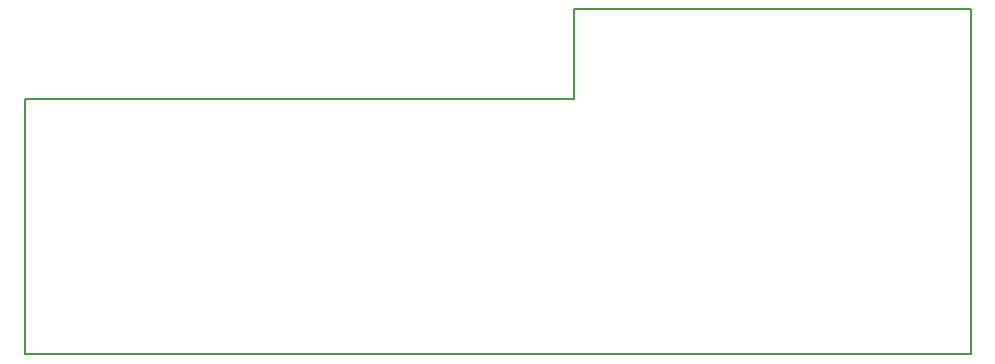
<source format=gbr>
G04 DipTrace 4.2.0.1*
G04 BoardOutline.gbr*
%MOIN*%
G04 #@! TF.FileFunction,Profile*
G04 #@! TF.Part,Single*
%ADD12C,0.005512*%
%FSLAX26Y26*%
G04*
G70*
G90*
G75*
G01*
G04 BoardOutline*
%LPD*%
X393700Y393700D2*
D12*
Y1243700D1*
X2223700D1*
Y1543700D1*
X3548700D1*
Y393700D1*
X393700D1*
M02*

</source>
